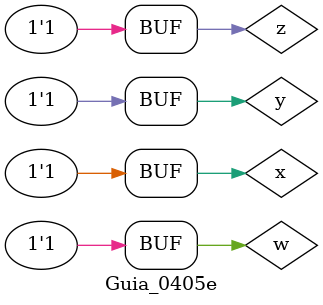
<source format=v>
/*
 Guia_0405e.v - v0.0. - 28 / 08 / 2022
 Autor    : Gabriel Vargas Bento de Souza
 Matricula: 778023
 */

/**
 SoP(0, 3, 5, 7, 8, 10, 14, 15)
 */
module SoP (output s,
            input  x, y, w, z);
   assign s = (~x & ~y & ~w & ~z)  // 0
            | (~x & ~y &  w &  z)  // 3
            | (~x &  y & ~w &  z)  // 5
            | (~x &  y &  w &  z)  // 7
            | ( x & ~y & ~w & ~z)  // 8
            | ( x & ~y &  w & ~z)  // 10
            | ( x &  y &  w & ~z)  // 14
            | ( x &  y &  w &  z); // 15
endmodule // SoP

/**
 PoS (1, 2, 4, 6, 9, 11, 12, 13)
 */
module PoS (output S,
            input  X, Y, W, Z);
   assign S = ( X |  Y |  W | ~Z)   // 1
            & ( X |  Y | ~W |  Z)   // 2
            & ( X | ~Y |  W |  Z)   // 4
            & ( X | ~Y | ~W |  Z)   // 6
            & (~X |  Y |  W | ~Z)   // 9
            & (~X |  Y | ~W | ~Z)   // 11
            & (~X | ~Y |  W |  Z)   // 12
            & (~X | ~Y |  W | ~Z);  // 13
endmodule // PoS 

/**
  Guia_0405e.v
 */
module Guia_0405e;
   reg  x, y, w, z;
   wire s, S;
   
   // instancias
   SoP SOP (s, x, y, w, z);
   PoS POS (S, x, y, w, z);
   
   // valores iniciais
   initial begin: start
      x=1'bx; y=1'bx; z=1'bx; // indefinidos
   end

   // parte principal
   initial begin: main
      // identificacao
       $display("Gabriel Vargas Bento de Souza - 778023");
       $display("Test boolean expression");
       $display("\n04.e) SoP(0, 3, 5, 7, 8, 10, 14, 15) = PoS (1, 2, 4, 6, 9, 11, 12, 13)\n");

       // monitoramento
       $display(" x  y  z  SoP(0, 3, 5, 7, 8, 10, 14, 15)  PoS (1, 2, 4, 6, 9, 11, 12, 13)");
       $monitor("%2b %2b %2b %15b %32b", x, y, z, s, S);

       // sinalizacao
          x=0; y=0; w=0; z=0;
       #1                z=1;
       #1           w=1; z=0;
       #1                z=1;
       #1      y=1; w=0; z=0;
       #1                z=1;
       #1           w=1; z=0;
       #1                z=1;
       #1 x=1; y=0; w=0; z=0;
       #1                z=1;
       #1           w=1; z=0;
       #1                z=1;
       #1      y=1; w=0; z=0;
       #1                z=1;
       #1           w=1; z=0;
       #1                z=1;

   end
endmodule // Guia_0405e

// --------------------------------------------------------------------- testes
/*
C:\Users\Gabriel\Desktop\CC-PUC\2Periodo\ARQ1\Tarefas\Guia04>vvp Guia_0405e.vvp
Gabriel Vargas Bento de Souza - 778023
Test boolean expression

04.e) SoP(0, 3, 5, 7, 8, 10, 14, 15) = PoS (1, 2, 4, 6, 9, 11, 12, 13)

 x  y  z  SoP(0, 3, 5, 7, 8, 10, 14, 15)  PoS (1, 2, 4, 6, 9, 11, 12, 13)
 0  0  0               1                                1
 0  0  1               0                                0
 0  0  0               0                                0
 0  0  1               1                                1
 0  1  0               0                                0
 0  1  1               1                                1
 0  1  0               0                                0
 0  1  1               1                                1
 1  0  0               1                                1
 1  0  1               0                                0
 1  0  0               1                                1
 1  0  1               0                                0
 1  1  0               0                                0
 1  1  1               0                                0
 1  1  0               1                                1
 1  1  1               1                                1
*/
</source>
